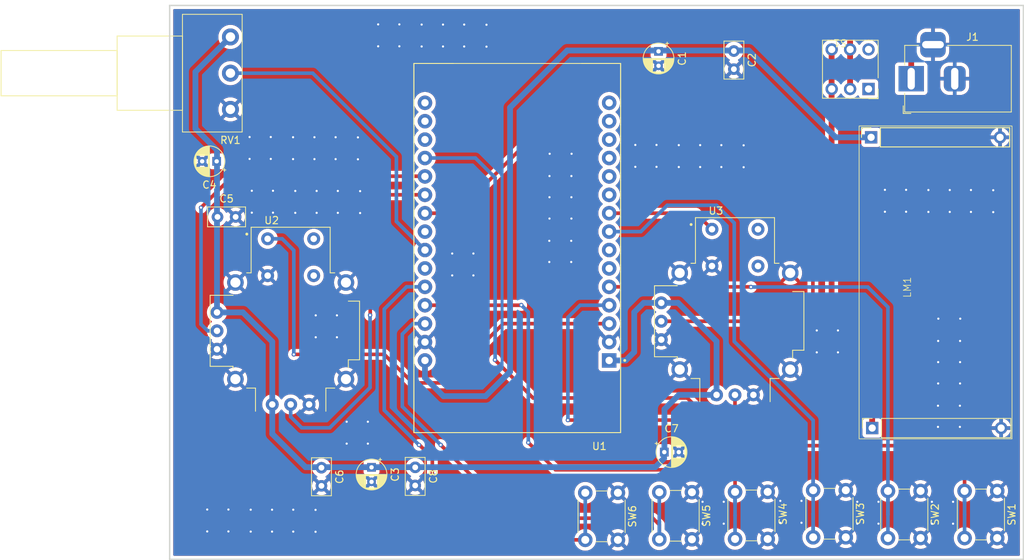
<source format=kicad_pcb>
(kicad_pcb (version 20240108) (generator "pcbnew") (generator_version "8.0")
  (layers (0 "F.Cu" signal) (31 "B.Cu" signal) (34 "B.Paste" user) (35 "F.Paste" user) (36 "B.SilkS" user "B.Silkscreen") (37 "F.SilkS" user "F.Silkscreen") (38 "B.Mask" user) (39 "F.Mask" user) (44 "Edge.Cuts" user))
  (net 0 "")
  (net 1 "GND")
  (net 2 "+5V")
  (net 3 "+3.3V")
  (net 4 "Vin1")
  (net 5 "+12V")
  (net 6 "Net-(U1-D26)")
  (net 9 "B1")
  (net 10 "B2")
  (net 11 "B3")
  (net 12 "B4")
  (net 13 "B5")
  (net 14 "B6")
  (net 15 "VRx1")
  (net 23 "VLx2")
  (net 25 "VLy2")
  (net 28 "VRy1")
  (net 30 "JSW2")
  (net 33 "JSW1")
  (footprint "Capacitor_THT:C_Disc_D5.0mm_W2.5mm_P2.50mm" (layer "F.Cu") (at 123.5202 130.4744 -90)
    (property "Reference" "C8")
    (property "Value" "C")
  )
  (footprint "Capacitor_THT:C_Disc_D5.0mm_W2.5mm_P2.50mm" (layer "F.Cu") (at 96.2606 95.9104)
    (property "Reference" "C5")
    (property "Value" "C")
  )
  (footprint "Capacitor_THT:CP_Radial_D4.0mm_P2.00mm" (layer "F.Cu") (at 157.8676 128.3716)
    (property "Reference" "C7")
    (property "Value" "C_Polarized")
  )
  (footprint "Button_Switch_THT:SW_PUSH_6mm_H9.5mm" (layer "F.Cu") (at 151.4716 133.9838 -90)
    (property "Reference" "SW6")
    (property "Value" "SW_Push")
  )
  (footprint "joystick:joystick" (layer "F.Cu") (at 167.6146 110.3122)
    (property "Reference" "U3")
    (property "Value" "COM-09032")
  )
  (footprint "Button_Switch_THT:SW_PUSH_6mm_H9.5mm" (layer "F.Cu") (at 193.2072 133.7322 -90)
    (property "Reference" "SW2")
    (property "Value" "SW_Push")
  )
  (footprint "Capacitor_THT:CP_Radial_D4.0mm_P2.00mm" (layer "F.Cu") (at 157.0736 73.057 -90)
    (property "Reference" "C1")
    (property "Value" "C_Polarized")
  )
  (footprint "esp32-wroom-32:MODULE_ESP32_DEVKIT_V1" (layer "F.Cu") (at 137.5664 100.2074 180)
    (property "Reference" "U1")
    (property "Value" "ESP32-DEVKIT-V1" (hide yes))
  )
  (footprint "joystick:joystick" (layer "F.Cu") (at 106.3498 111.633)
    (property "Reference" "U2")
    (property "Value" "COM-09032")
  )
  (footprint "Capacitor_THT:CP_Radial_D4.0mm_P2.00mm" (layer "F.Cu") (at 117.5004 130.472401 -90)
    (property "Reference" "C3")
    (property "Value" "C_Polarized")
  )
  (footprint "Library:Lm2596" (layer "F.Cu") (at 191.8742 105.6228 90)
    (property "Reference" "LM1")
    (property "Value" "~")
  )
  (footprint "Add_button_memory:SW_6 pins 8.5×8.5MM" (layer "F.Cu") (at 183.4296 75.3764 180)
    (property "Reference" "S1")
    (property "Value" "TL2230OAF140")
  )
  (footprint "Capacitor_THT:C_Disc_D5.0mm_W2.5mm_P2.50mm" (layer "F.Cu") (at 110.5916 130.5252 -90)
    (property "Reference" "C6")
    (property "Value" "C")
  )
  (footprint "Potentiometer_THT:Potentiometer_Piher_PC-16_Single_Horizontal" (layer "F.Cu") (at 98.044 71.073 180)
    (property "Reference" "RV1")
    (property "Value" "R_Potentiometer")
  )
  (footprint "Button_Switch_THT:SW_PUSH_6mm_H9.5mm" (layer "F.Cu") (at 203.7736 133.7322 -90)
    (property "Reference" "SW1")
    (property "Value" "SW_Push")
  )
  (footprint "Capacitor_THT:CP_Radial_D4.0mm_P2.00mm" (layer "F.Cu") (at 96.1464 88.2396 180)
    (property "Reference" "C4")
    (property "Value" "C_Polarized")
  )
  (footprint "Button_Switch_THT:SW_PUSH_6mm_H9.5mm" (layer "F.Cu") (at 172.1252 133.8592 -90)
    (property "Reference" "SW4")
    (property "Value" "SW_Push")
  )
  (footprint "Button_Switch_THT:SW_PUSH_6mm_H9.5mm" (layer "F.Cu") (at 182.8948 133.6306 -90)
    (property "Reference" "SW3")
    (property "Value" "SW_Push")
  )
  (footprint "Connector_BarrelJack:BarrelJack_Horizontal" (layer "F.Cu") (at 191.9168 76.835 180)
    (property "Reference" "J1")
    (property "Value" "Barrel_Jack_Switch_Pin3Ring")
  )
  (footprint "Capacitor_THT:C_Disc_D5.0mm_W2.5mm_P2.50mm" (layer "F.Cu") (at 167.4622 73.0196 -90)
    (property "Reference" "C2")
    (property "Value" "C")
  )
  (footprint "Button_Switch_THT:SW_PUSH_6mm_H9.5mm" (layer "F.Cu") (at 161.6792 133.9088 -90)
    (property "Reference" "SW5")
    (property "Value" "SW_Push")
  )
  (gr_rect (start 89.662 66.7258) (end 207.391 143.1798) (stroke (width 0.2)) (fill none) (layer "Edge.Cuts"))
  (segment (start 113.578 105.358) (end 113.97 104.966) (width 0.5) (layer "F.Cu") (net 1))
  (segment (start 150.597 112.852) (end 150.266 113.182) (width 0.5) (layer "F.Cu") (net 1))
  (via (at 97.7646 136.2964) (size 0.6) (drill 0.3) (layers "F.Cu" "B.Cu") (net 1))
  (via (at 103.7844 136.3218) (size 0.6) (drill 0.3) (layers "F.Cu" "B.Cu") (net 1))
  (via (at 112.8522 92.329) (size 0.6) (drill 0.3) (layers "F.Cu" "B.Cu") (net 1))
  (via (at 100.838 136.3218) (size 0.6) (drill 0.3) (layers "F.Cu" "B.Cu") (net 1))
  (via (at 188.2902 95.1992) (size 0.6) (drill 0.3) (layers "F.Cu" "B.Cu") (net 1))
  (via (at 133.35 69.3928) (size 0.6) (drill 0.3) (layers "F.Cu" "B.Cu") (net 1))
  (via (at 131.5466 100.965) (size 0.6) (drill 0.3) (layers "F.Cu" "B.Cu") (net 1))
  (via (at 100.9904 92.3036) (size 0.6) (drill 0.3) (layers "F.Cu" "B.Cu") (net 1))
  (via (at 197.6882 135.2296) (size 0.6) (drill 0.3) (layers "F.Cu" "B.Cu") (net 1))
  (via (at 100.9904 95.3262) (size 0.6) (drill 0.3) (layers "F.Cu" "B.Cu") (net 1))
  (via (at 181.8132 114.6048) (size 0.6) (drill 0.3) (layers "F.Cu" "B.Cu") (net 1))
  (via (at 106.9848 92.329) (size 0.6) (drill 0.3) (layers "F.Cu" "B.Cu") (net 1))
  (via (at 200.152 95.2246) (size 0.6) (drill 0.3) (layers "F.Cu" "B.Cu") (net 1))
  (via (at 184.4802 138.2522) (size 0.6) (drill 0.3) (layers "F.Cu" "B.Cu") (net 1))
  (via (at 133.35 72.4154) (size 0.6) (drill 0.3) (layers "F.Cu" "B.Cu") (net 1))
  (via (at 118.4148 72.3646) (size 0.6) (drill 0.3) (layers "F.Cu" "B.Cu") (net 1))
  (via (at 109.8042 109.4994) (size 0.6) (drill 0.3) (layers "F.Cu" "B.Cu") (net 1))
  (via (at 198.628 121.9708) (size 0.6) (drill 0.3) (layers "F.Cu" "B.Cu") (net 1))
  (via (at 142.0114 102.1334) (size 0.6) (drill 0.3) (layers "F.Cu" "B.Cu") (net 1))
  (via (at 112.8522 95.3516) (size 0.6) (drill 0.3) (layers "F.Cu" "B.Cu") (net 1))
  (via (at 173.863 135.1026) (size 0.6) (drill 0.3) (layers "F.Cu" "B.Cu") (net 1))
  (via (at 176.784 135.1026) (size 0.6) (drill 0.3) (layers "F.Cu" "B.Cu") (net 1))
  (via (at 194.7672 138.2522) (size 0.6) (drill 0.3) (layers "F.Cu" "B.Cu") (net 1))
  (via (at 121.3358 72.3646) (size 0.6) (drill 0.3) (layers "F.Cu" "B.Cu") (net 1))
  (via (at 156.7942 85.979) (size 0.6) (drill 0.3) (layers "F.Cu" "B.Cu") (net 1))
  (via (at 114.0714 124.1806) (size 0.6) (drill 0.3) (layers "F.Cu" "B.Cu") (net 1))
  (via (at 145.034 99.2124) (size 0.6) (drill 0.3) (layers "F.Cu" "B.Cu") (net 1))
  (via (at 195.6562 109.9566) (size 0.6) (drill 0.3) (layers "F.Cu" "B.Cu") (net 1))
  (via (at 103.9114 95.3262) (size 0.6) (drill 0.3) (layers "F.Cu" "B.Cu") (net 1))
  (via (at 115.6208 87.9602) (size 0.6) (drill 0.3) (layers "F.Cu" "B.Cu") (net 1))
  (via (at 194.2846 92.202) (size 0.6) (drill 0.3) (layers "F.Cu" "B.Cu") (net 1))
  (via (at 106.68 87.9348) (size 0.6) (drill 0.3) (layers "F.Cu" "B.Cu") (net 1))
  (via (at 109.7788 139.3698) (size 0.6) (drill 0.3) (layers "F.Cu" "B.Cu") (net 1))
  (via (at 198.6788 109.9566) (size 0.6) (drill 0.3) (layers "F.Cu" "B.Cu") (net 1))
  (via (at 112.7252 109.4994) (size 0.6) (drill 0.3) (layers "F.Cu" "B.Cu") (net 1))
  (via (at 163.1442 135.2296) (size 0.6) (drill 0.3) (layers "F.Cu" "B.Cu") (net 1))
  (via (at 128.6256 103.9876) (size 0.6) (drill 0.3) (layers "F.Cu" "B.Cu") (net 1))
  (via (at 145.0848 87.1982) (size 0.6) (drill 0.3) (layers "F.Cu" "B.Cu") (net 1))
  (via (at 198.6534 113.03) (size 0.6) (drill 0.3) (layers "F.Cu" "B.Cu") (net 1))
  (via (at 103.6066 87.9094) (size 0.6) (drill 0.3) (layers "F.Cu" "B.Cu") (net 1))
  (via (at 115.9256 92.3544) (size 0.6) (drill 0.3) (layers "F.Cu" "B.Cu") (net 1))
  (via (at 195.6054 121.9708) (size 0.6) (drill 0.3) (layers "F.Cu" "B.Cu") (net 1))
  (via (at 118.4148 69.342) (size 0.6) (drill 0.3) (layers "F.Cu" "B.Cu") (net 1))
  (via (at 116.9924 124.1806) (size 0.6) (drill 0.3) (layers "F.Cu" "B.Cu") (net 1))
  (via (at 159.8676 86.0044) (size 0.6) (drill 0.3) (layers "F.Cu" "B.Cu") (net 1))
  (via (at 127.3556 69.3674) (size 0.6) (drill 0.3) (layers "F.Cu" "B.Cu") (net 1))
  (via (at 165.735 86.0044) (size 0.6) (drill 0.3) (layers "F.Cu" "B.Cu") (net 1))
  (via (at 106.9848 95.3516) (size 0.6) (drill 0.3) (layers "F.Cu" "B.Cu") (net 1))
  (via (at 145.0594 93.1926) (size 0.6) (drill 0.3) (layers "F.Cu" "B.Cu") (net 1))
  (via (at 142.0622 87.1982) (size 0.6) (drill 0.3) (layers "F.Cu" "B.Cu") (net 1))
  (via (at 166.0652 135.2296) (size 0.6) (drill 0.3) (layers "F.Cu" "B.Cu") (net 1))
  (via (at 195.6308 115.951) (size 0.6) (drill 0.3) (layers "F.Cu" "B.Cu") (net 1))
  (via (at 184.4802 135.2296) (size 0.6) (drill 0.3) (layers "F.Cu" "B.Cu") (net 1))
  (via (at 142.0368 93.1926) (size 0.6) (drill 0.3) (layers "F.Cu" "B.Cu") (net 1))
  (via (at 198.6534 118.8974) (size 0.6) (drill 0.3) (layers "F.Cu" "B.Cu") (net 1))
  (via (at 195.6308 113.03) (size 0.6) (drill 0.3) (layers "F.Cu" "B.Cu") (net 1))
  (via (at 100.6856 84.8868) (size 0.6) (drill 0.3) (layers "F.Cu" "B.Cu") (net 1))
  (via (at 159.8676 89.027) (size 0.6) (drill 0.3) (layers "F.Cu" "B.Cu") (net 1))
  (via (at 124.4092 72.39) (size 0.6) (drill 0.3) (layers "F.Cu" "B.Cu") (net 1))
  (via (at 109.9312 95.3516) (size 0.6) (drill 0.3) (layers "F.Cu" "B.Cu") (net 1))
  (via (at 106.7054 139.3444) (size 0.6) (drill 0.3) (layers "F.Cu" "B.Cu") (net 1))
  (via (at 195.6308 118.8974) (size 0.6) (drill 0.3) (layers "F.Cu" "B.Cu") (net 1))
  (via (at 178.8922 114.6048) (size 0.6) (drill 0.3) (layers "F.Cu" "B.Cu") (net 1))
  (via (at 145.034 102.1334) (size 0.6) (drill 0.3) (layers "F.Cu" "B.Cu") (net 1))
  (via (at 203.2254 95.25) (size 0.6) (drill 0.3) (layers "F.Cu" "B.Cu") (net 1))
  (via (at 198.6534 115.951) (size 0.6) (drill 0.3) (layers "F.Cu" "B.Cu") (net 1))
  (via (at 197.231 95.2246) (size 0.6) (drill 0.3) (layers "F.Cu" "B.Cu") (net 1))
  (via (at 128.6256 100.965) (size 0.6) (drill 0.3) (layers "F.Cu" "B.Cu") (net 1))
  (via (at 197.6882 138.2522) (size 0.6) (drill 0.3) (layers "F.Cu" "B.Cu") (net 1))
  (via (at 116.9924 127.2032) (size 0.6) (drill 0.3) (layers "F.Cu" "B.Cu") (net 1))
  (via (at 109.6264 87.9348) (size 0.6) (drill 0.3) (layers "F.Cu" "B.Cu") (net 1))
  (via (at 194.7672 135.2296) (size 0.6) (drill 0.3) (layers "F.Cu" "B.Cu") (net 1))
  (via (at 162.814 89.027) (size 0.6) (drill 0.3) (layers "F.Cu" "B.Cu") (net 1))
  (via (at 130.2766 69.3674) (size 0.6) (drill 0.3) (layers "F.Cu" "B.Cu") (net 1))
  (via (at 165.735 89.027) (size 0.6) (drill 0.3) (layers "F.Cu" "B.Cu") (net 1))
  (via (at 94.8436 139.319) (size 0.6) (drill 0.3) (layers "F.Cu" "B.Cu") (net 1))
  (via (at 203.2254 92.2274) (size 0.6) (drill 0.3) (layers "F.Cu" "B.Cu") (net 1))
  (via (at 106.68 84.9122) (size 0.6) (drill 0.3) (layers "F.Cu" "B.Cu") (net 1))
  (via (at 194.2846 95.2246) (size 0.6) (drill 0.3) (layers "F.Cu" "B.Cu") (net 1))
  (via (at 162.814 86.0044) (size 0.6) (drill 0.3) (layers "F.Cu" "B.Cu") (net 1))
  (via (at 178.8922 111.5822) (size 0.6) (drill 0.3) (layers "F.Cu" "B.Cu") (net 1))
  (via (at 145.0594 90.2716) (size 0.6) (drill 0.3) (layers "F.Cu" "B.Cu") (net 1))
  (via (at 191.2112 92.1766) (size 0.6) (drill 0.3) (layers "F.Cu" "B.Cu") (net 1))
  (via (at 130.2766 72.39) (size 0.6) (drill 0.3) (layers "F.Cu" "B.Cu") (net 1))
  (via (at 109.8042 112.522) (size 0.6) (drill 0.3) (layers "F.Cu" "B.Cu") (net 1))
  (via (at 173.863 138.1252) (size 0.6) (drill 0.3) (layers "F.Cu" "B.Cu") (net 1))
  (via (at 112.5474 87.9348) (size 0.6) (drill 0.3) (layers "F.Cu" "B.Cu") (net 1))
  (via (at 103.7844 139.3444) (size 0.6) (drill 0.3) (layers "F.Cu" "B.Cu") (net 1))
  (via (at 142.0368 96.139) (size 0.6) (drill 0.3) (layers "F.Cu" "B.Cu") (net 1))
  (via (at 145.0594 96.139) (size 0.6) (drill 0.3) (layers "F.Cu" "B.Cu") (net 1))
  (via (at 109.7788 136.3472) (size 0.6) (drill 0.3) (layers "F.Cu" "B.Cu") (net 1))
  (via (at 142.0368 90.2716) (size 0.6) (drill 0.3) (layers "F.Cu" "B.Cu") (net 1))
  (via (at 195.6054 124.8918) (size 0.6) (drill 0.3) (layers "F.Cu" "B.Cu") (net 1))
  (via (at 106.7054 136.3218) (size 0.6) (drill 0.3) (layers "F.Cu" "B.Cu") (net 1))
  (via (at 200.152 92.202) (size 0.6) (drill 0.3) (layers "F.Cu" "B.Cu") (net 1))
  (via (at 163.1442 138.2522) (size 0.6) (drill 0.3) (layers "F.Cu" "B.Cu") (net 1))
  (via (at 187.4012 138.2522) (size 0.6) (drill 0.3) (layers "F.Cu" "B.Cu") (net 1))
  (via (at 198.628 124.8918) (size 0.6) (drill 0.3) (layers "F.Cu" "B.Cu") (net 1))
  (via (at 115.6208 84.9376) (size 0.6) (drill 0.3) (layers "F.Cu" "B.Cu") (net 1))
  (via (at 176.784 138.1252) (size 0.6) (drill 0.3) (layers "F.Cu" "B.Cu") (net 1))
  (via (at 103.9114 92.3036) (size 0.6) (drill 0.3) (layers "F.Cu" "B.Cu") (net 1))
  (via (at 153.8732 89.0016) (size 0.6) (drill 0.3) (layers "F.Cu" "B.Cu") (net 1))
  (via (at 168.8084 86.0298) (size 0.6) (drill 0.3) (layers "F.Cu" "B.Cu") (net 1))
  (via (at 114.0714 127.2032) (size 0.6) (drill 0.3) (layers "F.Cu" "B.Cu") (net 1))
  (via (at 127.3556 72.39) (size 0.6) (drill 0.3) (layers "F.Cu" "B.Cu") (net 1))
  (via (at 115.9256 95.377) (size 0.6) (drill 0.3) (layers "F.Cu" "B.Cu") (net 1))
  (via (at 97.7646 139.319) (size 0.6) (drill 0.3) (layers "F.Cu" "B.Cu") (net 1))
  (via (at 168.8084 89.0524) (size 0.6) (drill 0.3) (layers "F.Cu" "B.Cu") (net 1))
  (via (at 153.8732 85.979) (size 0.6) (drill 0.3) (layers "F.Cu" "B.Cu") (net 1))
  (via (at 188.2902 92.1766) (size 0.6) (drill 0.3) (layers "F.Cu" "B.Cu") (net 1))
  (via (at 100.6856 87.9094) (size 0.6) (drill 0.3) (layers "F.Cu" "B.Cu") (net 1))
  (via (at 112.5474 84.9122) (size 0.6) (drill 0.3) (layers "F.Cu" "B.Cu") (net 1))
  (via (at 166.0652 138.2522) (size 0.6) (drill 0.3) (layers "F.Cu" "B.Cu") (net 1))
  (via (at 142.0114 99.2124) (size 0.6) (drill 0.3) (layers "F.Cu" "B.Cu") (net 1))
  (via (at 112.7252 112.522) (size 0.6) (drill 0.3) (layers "F.Cu" "B.Cu") (net 1))
  (via (at 191.2112 95.1992) (size 0.6) (drill 0.3) (layers "F.Cu" "B.Cu") (net 1))
  (via (at 187.4012 135.2296) (size 0.6) (drill 0.3) (layers "F.Cu" "B.Cu") (net 1))
  (via (at 121.3358 69.342) (size 0.6) (drill 0.3) (layers "F.Cu" "B.Cu") (net 1))
  (via (at 124.4092 69.3674) (size 0.6) (drill 0.3) (layers "F.Cu" "B.Cu") (net 1))
  (via (at 131.5466 103.9876) (size 0.6) (drill 0.3) (layers "F.Cu" "B.Cu") (net 1))
  (via (at 109.9312 92.329) (size 0.6) (drill 0.3) (layers "F.Cu" "B.Cu") (net 1))
  (via (at 100.838 139.3444) (size 0.6) (drill 0.3) (layers "F.Cu" "B.Cu") (net 1))
  (via (at 156.7942 89.0016) (size 0.6) (drill 0.3) (layers "F.Cu" "B.Cu") (net 1))
  (via (at 103.6066 84.8868) (size 0.6) (drill 0.3) (layers "F.Cu" "B.Cu") (net 1))
  (via (at 94.8436 136.2964) (size 0.6) (drill 0.3) (layers "F.Cu" "B.Cu") (net 1))
  (via (at 181.8132 111.5822) (size 0.6) (drill 0.3) (layers "F.Cu" "B.Cu") (net 1))
  (via (at 109.6264 84.9122) (size 0.6) (drill 0.3) (layers "F.Cu" "B.Cu") (net 1))
  (via (at 197.231 92.202) (size 0.6) (drill 0.3) (layers "F.Cu" "B.Cu") (net 1))
  (segment (start 170.155 120.472) (end 170.948 121.266) (width 0.5) (layer "B.Cu") (net 1))
  (segment (start 124.867 115.722) (end 124.8665 115.722) (width 0.5) (layer "B.Cu") (net 2))
  (segment (start 186.3842 84.9278) (end 186.384 84.9278) (width 0.5) (layer "B.Cu") (net 2))
  (segment (start 186.384 84.9278) (end 181.4986 84.9278) (width 0.8) (layer "B.Cu") (net 2))
  (segment (start 136.6012 80.8226) (end 136.6012 117.2718) (width 0.8) (layer "B.Cu") (net 2))
  (segment (start 136.6012 117.2718) (end 133.223 120.65) (width 0.8) (layer "B.Cu") (net 2))
  (segment (start 124.8664 115.7221) (end 124.8664 115.7224) (width 0.5) (layer "B.Cu") (net 2))
  (segment (start 144.475 72.9488) (end 136.6012 80.8226) (width 0.8) (layer "B.Cu") (net 2))
  (segment (start 181.4986 84.9278) (end 169.5196 72.9488) (width 0.8) (layer "B.Cu") (net 2))
  (segment (start 133.223 120.65) (end 127.4064 120.65) (width 0.8) (layer "B.Cu") (net 2))
  (segment (start 124.8665 118.1101) (end 124.8665 115.722) (width 0.8) (layer "B.Cu") (net 2))
  (segment (start 127.4064 120.65) (end 124.8665 118.1101) (width 0.8) (layer "B.Cu") (net 2))
  (segment (start 124.8665 115.722) (end 124.8664 115.7221) (width 0.5) (layer "B.Cu") (net 2))
  (segment (start 169.5196 72.9488) (end 144.475 72.9488) (width 0.8) (layer "B.Cu") (net 2))
  (segment (start 124.8665 115.722) (end 124.866 115.722) (width 0.5) (layer "B.Cu") (net 2))
  (segment (start 124.8665 115.722) (end 124.866 115.722) (width 0.8) (layer "B.Cu") (net 2))
  (segment (start 157.455 107.772) (end 159.766 107.772) (width 0.8) (layer "B.Cu") (net 3))
  (segment (start 164.6775 120.8695) (end 165.0746 120.4724) (width 0.5) (layer "B.Cu") (net 3))
  (segment (start 156.6168 130.454) (end 108.407 130.454) (width 0.8) (layer "B.Cu") (net 3))
  (segment (start 150.2665 115.722) (end 150.267 115.722) (width 0.8) (layer "B.Cu") (net 3))
  (segment (start 157.4545 107.772) (end 157.4546 107.7721) (width 0.5) (layer "B.Cu") (net 3))
  (segment (start 159.766 107.772) (end 165.075 113.081) (width 0.8) (layer "B.Cu") (net 3))
  (segment (start 150.267 115.722) (end 152.552 115.722) (width 0.8) (layer "B.Cu") (net 3))
  (segment (start 157.828201 127.9652) (end 157.828201 129.242599) (width 0.8) (layer "B.Cu") (net 3))
  (segment (start 157.454 107.772) (end 157.4545 107.772) (width 0.5) (layer "B.Cu") (net 3))
  (segment (start 150.2665 115.722) (end 150.2664 115.7221) (width 0.5) (layer "B.Cu") (net 3))
  (segment (start 103.81 123.132) (end 103.81 121.793) (width 0.8) (layer "B.Cu") (net 3))
  (segment (start 103.81 121.793) (end 103.81 113.132) (width 0.8) (layer "B.Cu") (net 3))
  (segment (start 108.407 130.454) (end 103.81 125.857) (width 0.8) (layer "B.Cu") (net 3))
  (segment (start 153.721 109.068) (end 155.016 107.772) (width 0.8) (layer "B.Cu") (net 3))
  (segment (start 150.2664 115.7221) (end 150.2664 115.7224) (width 0.5) (layer "B.Cu") (net 3))
  (segment (start 155.016 107.772) (end 157.454 107.772) (width 0.8) (layer "B.Cu") (net 3))
  (segment (start 103.81 121.793) (end 103.81 123.132) (width 0.5) (layer "B.Cu") (net 3))
  (segment (start 96.1898 109.093) (end 96.1898 86.6902) (width 0.8) (layer "B.Cu") (net 3))
  (segment (start 157.454 107.772) (end 157.4545 107.772) (width 0.8) (layer "B.Cu") (net 3))
  (segment (start 157.454 107.772) (end 157.4545 107.772) (width 0.2) (layer "B.Cu") (net 3))
  (segment (start 157.8864 122.4534) (end 159.8676 120.4722) (width 0.8) (layer "B.Cu") (net 3))
  (segment (start 150.2665 115.722) (end 150.266 115.722) (width 0.5) (layer "B.Cu") (net 3))
  (segment (start 159.8676 120.4722) (end 165.0746 120.4722) (width 0.8) (layer "B.Cu") (net 3))
  (segment (start 165.075 120.472) (end 165.0746 120.4724) (width 0.8) (layer "B.Cu") (net 3))
  (segment (start 157.4545 107.772) (end 157.455 107.772) (width 0.5) (layer "B.Cu") (net 3))
  (segment (start 93.218 75.898998) (end 98.043998 71.073) (width 0.8) (layer "B.Cu") (net 3))
  (segment (start 99.7712 109.093) (end 96.1898 109.093) (width 0.8) (layer "B.Cu") (net 3))
  (segment (start 157.4545 107.772) (end 157.455 107.772) (width 0.8) (layer "B.Cu") (net 3))
  (segment (start 153.721 114.554) (end 153.721 109.068) (width 0.8) (layer "B.Cu") (net 3))
  (segment (start 165.0746 120.4724) (end 165.0746 120.4722) (width 0.5) (layer "B.Cu") (net 3))
  (segment (start 96.1898 86.6902) (end 93.218 83.7184) (width 0.8) (layer "B.Cu") (net 3))
  (segment (start 165.0746 120.4724) (end 165.075 120.472) (width 0.5) (layer "B.Cu") (net 3))
  (segment (start 157.4545 107.772) (end 157.455 107.772) (width 0.2) (layer "B.Cu") (net 3))
  (segment (start 152.552 115.722) (end 153.721 114.554) (width 0.8) (layer "B.Cu") (net 3))
  (segment (start 157.4546 107.7721) (end 157.4546 107.7722) (width 0.5) (layer "B.Cu") (net 3))
  (segment (start 165.075 113.081) (end 165.075 120.472) (width 0.8) (layer "B.Cu") (net 3))
  (segment (start 157.828201 129.242599) (end 156.6168 130.454) (width 0.8) (layer "B.Cu") (net 3))
  (segment (start 157.828201 127.9652) (end 157.8864 127.907001) (width 0.8) (layer "B.Cu") (net 3))
  (segment (start 150.267 115.722) (end 150.2665 115.722) (width 0.5) (layer "B.Cu") (net 3))
  (segment (start 93.218 83.7184) (end 93.218 75.898998) (width 0.8) (layer "B.Cu") (net 3))
  (segment (start 150.266 115.722) (end 150.2665 115.722) (width 0.8) (layer "B.Cu") (net 3))
  (segment (start 165.0746 120.4724) (end 164.6775 120.8695) (width 0.8) (layer "B.Cu") (net 3))
  (segment (start 157.8864 127.907001) (end 157.8864 122.4534) (width 0.8) (layer "B.Cu") (net 3))
  (segment (start 103.8098 121.793) (end 103.81 121.793) (width 0.5) (layer "B.Cu") (net 3))
  (segment (start 103.81 113.132) (end 99.7712 109.093) (width 0.8) (layer "B.Cu") (net 3))
  (segment (start 103.81 125.857) (end 103.81 123.132) (width 0.8) (layer "B.Cu") (net 3))
  (segment (start 191.917 76.1234) (end 191.917 76.1236) (width 0.2) (layer "F.Cu") (net 4))
  (segment (start 191.917 75.4118) (end 191.917 76.1234) (width 0.8) (layer "F.Cu") (net 4))
  (segment (start 183.4896 72.7964) (end 183.4896 78.2574) (width 0.8) (layer "F.Cu") (net 4))
  (segment (start 191.9168 76.4795) (end 191.9168 76.835) (width 0.5) (layer "F.Cu") (net 4))
  (segment (start 191.917 75.4116) (end 191.917 75.4118) (width 0.5) (layer "F.Cu") (net 4))
  (segment (start 183.4896 70.3074) (end 184.328 69.469) (width 0.8) (layer "F.Cu") (net 4))
  (segment (start 189.281 69.469) (end 191.917 72.105) (width 0.8) (layer "F.Cu") (net 4))
  (segment (start 191.917 76.1234) (end 191.917 76.1236) (width 0.8) (layer "F.Cu") (net 4))
  (segment (start 191.917 76.4793) (end 191.917 76.835) (width 0.8) (layer "F.Cu") (net 4))
  (segment (start 191.917 76.1236) (end 191.917 76.4793) (width 0.8) (layer "F.Cu") (net 4))
  (segment (start 191.917 76.4793) (end 191.9168 76.4795) (width 0.5) (layer "F.Cu") (net 4))
  (segment (start 191.917 76.1236) (end 191.917 76.4793) (width 0.5) (layer "F.Cu") (net 4))
  (segment (start 191.917 76.1234) (end 191.917 76.1236) (width 0.5) (layer "F.Cu") (net 4))
  (segment (start 191.917 75.4118) (end 191.917 76.1234) (width 0.5) (layer "F.Cu") (net 4))
  (segment (start 191.917 72.105) (end 191.917 75.4116) (width 0.8) (layer "F.Cu") (net 4))
  (segment (start 191.917 75.4116) (end 191.917 75.4118) (width 0.8) (layer "F.Cu") (net 4))
  (segment (start 191.917 76.1236) (end 191.917 76.4793) (width 0.2) (layer "F.Cu") (net 4))
  (segment (start 183.4896 72.7964) (end 183.4896 70.3074) (width 0.8) (layer "F.Cu") (net 4))
  (segment (start 191.917 76.4793) (end 191.917 76.835) (width 0.5) (layer "F.Cu") (net 4))
  (segment (start 191.917 76.4793) (end 191.917 76.835) (width 0.2) (layer "F.Cu") (net 4))
  (segment (start 184.328 69.469) (end 189.281 69.469) (width 0.8) (layer "F.Cu") (net 4))
  (segment (start 180.937 75.3218) (end 180.937 75.3222) (width 0.2) (layer "F.Cu") (net 5))
  (segment (start 180.937 107.9628) (end 180.937 78.27) (width 0.8) (layer "F.Cu") (net 5))
  (segment (start 180.937 78.27) (end 180.9496 78.2574) (width 0.8) (layer "F.Cu") (net 5))
  (segment (start 180.937 72.808998) (end 180.9496 72.796398) (width 0.8) (layer "F.Cu") (net 5))
  (segment (start 186.5342 125.0528) (end 186.534 125.053) (width 0.5) (layer "F.Cu") (net 5))
  (segment (start 186.534 125.053) (end 186.534 113.5598) (width 0.8) (layer "F.Cu") (net 5))
  (segment (start 186.534 113.5598) (end 180.937 107.9628) (width 0.8) (layer "F.Cu") (net 5))
  (segment (start 180.9496 78.2574) (end 180.937 78.2448) (width 0.8) (layer "F.Cu") (net 5))
  (segment (start 180.9496 74.0592) (end 180.9496 72.796398) (width 0.5) (layer "F.Cu") (net 5))
  (segment (start 180.9374 74.0714) (end 180.9496 74.0592) (width 0.5) (layer "F.Cu") (net 5))
  (segment (start 180.937 72.8218) (end 180.937 72.808998) (width 0.8) (layer "F.Cu") (net 5))
  (segment (start 180.937 78.2448) (end 180.937 72.808998) (width 0.8) (layer "F.Cu") (net 5))
  (segment (start 120.93 96.5464) (end 124.866 100.482) (width 0.5) (layer "B.Cu") (net 6))
  (segment (start 124.866 100.482) (end 124.8664 100.4824) (width 0.5) (layer "B.Cu") (net 6))
  (segment (start 109.3936 76.073) (end 120.93 87.6094) (width 0.5) (layer "B.Cu") (net 6))
  (segment (start 120.93 87.6094) (end 120.93 96.5464) (width 0.5) (layer "B.Cu") (net 6))
  (segment (start 98.044 76.073) (end 109.3936 76.073) (width 0.5) (layer "B.Cu") (net 6))
  (segment (start 163.9062 127.4826) (end 160.3756 123.952) (width 0.5) (layer "F.Cu") (net 9))
  (segment (start 199.274 133.732) (end 199.2736 133.7316) (width 0.5) (layer "F.Cu") (net 9))
  (segment (start 199.2736 133.7316) (end 199.2736 131.4556) (width 0.5) (layer "F.Cu") (net 9))
  (segment (start 199.2736 133.7316) (end 199.2736 133.7322) (width 0.5) (layer "F.Cu") (net 9))
  (segment (start 195.3006 127.4826) (end 163.9062 127.4826) (width 0.5) (layer "F.Cu") (net 9))
  (segment (start 160.3756 123.952) (end 144.5768 123.952) (width 0.5) (layer "F.Cu") (net 9))
  (segment (start 199.2736 131.4556) (end 195.3006 127.4826) (width 0.5) (layer "F.Cu") (net 9))
  (via (at 144.5768 123.952) (size 0.6) (drill 0.3) (layers "F.Cu" "B.Cu") (net 9))
  (segment (start 199.274 136.982) (end 199.274 135.357) (width 0.2) (layer "B.Cu") (net 9))
  (segment (start 199.274 135.357) (end 199.274 133.732) (width 0.5) (layer "B.Cu") (net 9))
  (segment (start 199.2738 140.2322) (end 199.274 140.232) (width 0.5) (layer "B.Cu") (net 9))
  (segment (start 199.274 135.357) (end 199.274 133.732) (width 0.2) (layer "B.Cu") (net 9))
  (segment (start 199.2736 140.2322) (end 199.2738 140.2322) (width 0.5) (layer "B.Cu") (net 9))
  (segment (start 199.2736 135.3566) (end 199.2736 133.7322) (width 0.5) (layer "B.Cu") (net 9))
  (segment (start 199.274 136.982) (end 199.274 135.357) (width 0.5) (layer "B.Cu") (net 9))
  (segment (start 144.5768 109.7788) (end 144.5768 123.952) (width 0.5) (layer "B.Cu") (net 9))
  (segment (start 199.274 135.357) (end 199.2736 135.3566) (width 0.5) (layer "B.Cu") (net 9))
  (segment (start 146.2532 108.1024) (end 144.5768 109.7788) (width 0.5) (layer "B.Cu") (net 9))
  (segment (start 199.274 140.232) (end 199.274 136.982) (width 0.5) (layer "B.Cu") (net 9))
  (segment (start 150.2664 108.1024) (end 146.2532 108.1024) (width 0.5) (layer "B.Cu") (net 9))
  (segment (start 150.2664 105.5624) (end 150.266 105.562) (width 0.5) (layer "F.Cu") (net 10))
  (segment (start 150.2664 105.5624) (end 169.799002 105.5624) (width 0.5) (layer "F.Cu") (net 10))
  (segment (start 169.799002 105.5624) (end 169.824402 105.5878) (width 0.5) (layer "F.Cu") (net 10))
  (via (at 169.824402 105.5878) (size 0.6) (drill 0.3) (layers "F.Cu" "B.Cu") (net 10))
  (segment (start 188.707 140.232) (end 188.707 136.982) (width 0.5) (layer "B.Cu") (net 10))
  (segment (start 188.7072 136.9818) (end 188.7072 133.7322) (width 0.5) (layer "B.Cu") (net 10))
  (segment (start 188.7072 140.2322) (end 188.707 140.232) (width 0.5) (layer "B.Cu") (net 10))
  (segment (start 188.707 133.117) (end 188.707 133.118) (width 0.2) (layer "B.Cu") (net 10))
  (segment (start 188.707 133.118) (end 188.707 133.732) (width 0.2) (layer "B.Cu") (net 10))
  (segment (start 188.707 136.982) (end 188.7072 136.9818) (width 0.5) (layer "B.Cu") (net 10))
  (segment (start 188.707 136.982) (end 188.707 108.3668) (width 0.5) (layer "B.Cu") (net 10))
  (segment (start 188.707 108.3668) (end 185.928 105.5878) (width 0.5) (layer "B.Cu") (net 10))
  (segment (start 185.928 105.5878) (end 169.824402 105.5878) (width 0.5) (layer "B.Cu") (net 10))
  (segment (start 178.395 129.177) (end 178.395 123.9882) (width 0.5) (layer "B.Cu") (net 11))
  (segment (start 178.395 136.881) (end 178.395 140.131) (width 0.2) (layer "B.Cu") (net 11))
  (segment (start 178.3948 131.4042) (end 178.3948 133.6306) (width 0.5) (layer "B.Cu") (net 11))
  (segment (start 178.395 131.404) (end 178.395 129.177) (width 0.5) (layer "B.Cu") (net 11))
  (segment (start 178.395 131.404) (end 178.3948 131.4042) (width 0.5) (layer "B.Cu") (net 11))
  (segment (start 178.395 123.9882) (end 167.513 113.1062) (width 0.5) (layer "B.Cu") (net 11))
  (segment (start 178.395 133.631) (end 178.395 131.404) (width 0.5) (layer "B.Cu") (net 11))
  (segment (start 167.513 113.1062) (end 167.513 96.7486) (width 0.5) (layer "B.Cu") (net 11))
  (segment (start 158.2674 94.3102) (end 154.6352 97.9424) (width 0.5) (layer "B.Cu") (net 11))
  (segment (start 165.0746 94.3102) (end 158.2674 94.3102) (width 0.5) (layer "B.Cu") (net 11))
  (segment (start 178.395 136.881) (end 178.3948 136.8812) (width 0.5) (layer "B.Cu") (net 11))
  (segment (start 154.6352 97.9424) (end 150.2664 97.9424) (width 0.5) (layer "B.Cu") (net 11))
  (segment (start 178.395 131.404) (end 178.395 133.631) (width 0.2) (layer "B.Cu") (net 11))
  (segment (start 178.3948 136.8812) (end 178.3948 140.1306) (width 0.5) (layer "B.Cu") (net 11))
  (segment (start 178.395 133.631) (end 178.395 136.881) (width 0.2) (layer "B.Cu") (net 11))
  (segment (start 178.395 140.131) (end 178.395 136.881) (width 0.5) (layer "B.Cu") (net 11))
  (segment (start 167.513 96.7486) (end 165.0746 94.3102) (width 0.5) (layer "B.Cu") (net 11))
  (segment (start 178.395 136.881) (end 178.395 133.631) (width 0.5) (layer "B.Cu") (net 11))
  (segment (start 124.8664 108.1024) (end 138.122598 108.1024) (width 0.5) (layer "F.Cu") (net 12))
  (segment (start 124.8664 108.1024) (end 124.866 108.102) (width 0.5) (layer "F.Cu") (net 12))
  (segment (start 139.117 127.052) (end 142.875 130.81) (width 0.5) (layer "F.Cu") (net 12))
  (segment (start 167.6252 131.989) (end 167.6252 133.859202) (width 0.5) (layer "F.Cu") (net 12))
  (segment (start 166.4462 130.81) (end 167.6252 131.989) (width 0.5) (layer "F.Cu") (net 12))
  (segment (start 138.122598 108.1024) (end 138.147999 108.076999) (width 0.5) (layer "F.Cu") (net 12))
  (segment (start 142.875 130.81) (end 166.4462 130.81) (width 0.5) (layer "F.Cu") (net 12))
  (via (at 138.147999 108.076999) (size 0.6) (drill 0.3) (layers "F.Cu" "B.Cu") (net 12))
  (via (at 139.117 127.052) (size 0.6) (drill 0.3) (layers "F.Cu" "B.Cu") (net 12))
  (segment (start 167.6252 139.5467) (end 167.6252 140.3592) (width 0.5) (layer "B.Cu") (net 12))
  (segment (start 167.625 137.109) (end 167.625 138.734) (width 0.5) (layer "B.Cu") (net 12))
  (segment (start 167.625 138.734) (end 167.625 139.5465) (width 0.2) (layer "B.Cu") (net 12))
  (segment (start 167.625 139.5465) (end 167.625 140.359) (width 0.5) (layer "B.Cu") (net 12))
  (segment (start 139.117 109.046) (end 138.147999 108.076999) (width 0.5) (layer "B.Cu") (net 12))
  (segment (start 167.6252 135.4838) (end 167.6252 133.8592) (width 0.5) (layer "B.Cu") (net 12))
  (segment (start 167.625 135.484) (end 167.6252 135.4838) (width 0.5) (layer "B.Cu") (net 12))
  (segment (start 167.625 135.484) (end 167.625 137.109) (width 0.5) (layer "B.Cu") (net 12))
  (segment (start 167.625 138.734) (end 167.625 139.5465) (width 0.5) (layer "B.Cu") (net 12))
  (segment (start 139.117 127.052) (end 139.117 109.046) (width 0.5) (layer "B.Cu") (net 12))
  (segment (start 167.625 139.5465) (end 167.625 140.359) (width 0.2) (layer "B.Cu") (net 12))
  (segment (start 167.625 135.484) (end 167.625 133.859) (width 0.2) (layer "B.Cu") (net 12))
  (segment (start 167.625 133.859) (end 167.625 135.484) (width 0.5) (layer "B.Cu") (net 12))
  (segment (start 167.625 139.5465) (end 167.6252 139.5467) (width 0.5) (layer "B.Cu") (net 12))
  (segment (start 167.625 137.109) (end 167.625 135.484) (width 0.2) (layer "B.Cu") (net 12))
  (segment (start 156.2862 137.4902) (end 157.1792 138.3832) (width 0.5) (layer "F.Cu") (net 13))
  (segment (start 137.1482 137.4902) (end 156.2862 137.4902) (width 0.5) (layer "F.Cu") (net 13))
  (segment (start 157.1792 138.3832) (end 157.1792 140.4088) (width 0.5) (layer "F.Cu") (net 13))
  (segment (start 127.041 127.383) (end 137.1482 137.4902) (width 0.5) (layer "F.Cu") (net 13))
  (via (at 127.041 127.383) (size 0.6) (drill 0.3) (layers "F.Cu" "B.Cu") (net 13))
  (segment (start 121.742 112.09) (end 123.19 110.642) (width 0.5) (layer "B.Cu") (net 13))
  (segment (start 157.179 137.9715) (end 157.1792 137.9717) (width 0.5) (layer "B.Cu") (net 13))
  (segment (start 127.041 127.383) (end 121.742 122.084) (width 0.5) (layer "B.Cu") (net 13))
  (segment (start 157.1792 137.9717) (end 157.1792 140.4088) (width 0.5) (layer "B.Cu") (net 13))
  (segment (start 157.1792 134.7213) (end 157.1792 133.9088) (width 0.5) (layer "B.Cu") (net 13))
  (segment (start 157.179 134.7215) (end 157.179 133.909) (width 0.2) (layer "B.Cu") (net 13))
  (segment (start 157.179 135.534) (end 157.179 134.7215) (width 0.2) (layer "B.Cu") (net 13))
  (segment (start 121.742 122.084) (end 121.742 112.09) (width 0.5) (layer "B.Cu") (net 13))
  (segment (start 123.19 110.642) (end 124.866 110.642) (width 0.5) (layer "B.Cu") (net 13))
  (segment (start 124.866 110.642) (end 124.8664 110.6424) (width 0.5) (layer "B.Cu") (net 13))
  (segment (start 157.179 133.909) (end 157.179 134.7215) (width 0.5) (layer "B.Cu") (net 13))
  (segment (start 157.179 135.534) (end 157.179 137.9715) (width 0.5) (layer "B.Cu") (net 13))
  (segment (start 157.179 134.7215) (end 157.1792 134.7213) (width 0.5) (layer "B.Cu") (net 13))
  (segment (start 157.179 137.9715) (end 157.179 140.409) (width 0.5) (layer "B.Cu") (net 13))
  (segment (start 157.179 134.7215) (end 157.179 135.534) (width 0.5) (layer "B.Cu") (net 13))
  (segment (start 125.8824 133.096) (end 133.270202 140.483802) (width 0.5) (layer "F.Cu") (net 14))
  (segment (start 125.8824 129.159) (end 125.8824 133.096) (width 0.5) (layer "F.Cu") (net 14))
  (segment (start 133.270202 140.483802) (end 146.9716 140.483802) (width 0.5) (layer "F.Cu") (net 14))
  (segment (start 124.1064 127.383) (end 125.8824 129.159) (width 0.5) (layer "F.Cu") (net 14))
  (segment (start 124.045 127.383) (end 124.1064 127.383) (width 0.5) (layer "F.Cu") (net 14))
  (via (at 124.045 127.383) (size 0.6) (drill 0.3) (layers "F.Cu" "B.Cu") (net 14))
  (segment (start 146.972 134.7965) (end 146.9716 134.7961) (width 0.5) (layer "B.Cu") (net 14))
  (segment (start 119.253 108.636) (end 122.327 105.562) (width 0.5) (layer "B.Cu") (net 14))
  (segment (start 124.866 105.562) (end 124.8664 105.5624) (width 0.5) (layer "B.Cu") (net 14))
  (segment (start 146.972 137.234) (end 146.972 138.859) (width 0.2) (layer "B.Cu") (net 14))
  (segment (start 119.253 122.591) (end 119.253 108.636) (width 0.5) (layer "B.Cu") (net 14))
  (segment (start 146.972 137.234) (end 146.972 138.859) (width 0.5) (layer "B.Cu") (net 14))
  (segment (start 146.972 138.859) (end 146.9716 138.8594) (width 0.5) (layer "B.Cu") (net 14))
  (segment (start 122.327 105.562) (end 124.866 105.562) (width 0.5) (layer "B.Cu") (net 14))
  (segment (start 146.9716 134.7961) (end 146.9716 133.9838) (width 0.5) (layer "B.Cu") (net 14))
  (segment (start 146.972 133.984) (end 146.972 134.7965) (width 0.5) (layer "B.Cu") (net 14))
  (segment (start 124.045 127.383) (end 119.253 122.591) (width 0.5) (layer "B.Cu") (net 14))
  (segment (start 146.972 135.609) (end 146.972 134.7965) (width 0.2) (layer "B.Cu") (net 14))
  (segment (start 146.972 138.859) (end 146.972 140.484) (width 0.2) (layer "B.Cu") (net 14))
  (segment (start 146.972 138.859) (end 146.972 140.484) (width 0.5) (layer "B.Cu") (net 14))
  (segment (start 146.9716 138.8594) (end 146.9716 140.4838) (width 0.5) (layer "B.Cu") (net 14))
  (segment (start 146.972 135.609) (end 146.972 137.234) (width 0.5) (layer "B.Cu") (net 14))
  (segment (start 146.972 134.7965) (end 146.972 133.984) (width 0.2) (layer "B.Cu") (net 14))
  (segment (start 146.972 134.7965) (end 146.972 135.609) (width 0.5) (layer "B.Cu") (net 14))
  (segment (start 117.3226 109.4486) (end 117.2972 109.474) (width 0.5) (layer "F.Cu") (net 15))
  (segment (start 119.7864 92.8624) (end 117.3226 95.3262) (width 0.5) (layer "F.Cu") (net 15))
  (segment (start 124.866 92.8624) (end 119.7864 92.8624) (width 0.5) (layer "F.Cu") (net 15))
  (segment (start 117.3226 95.3262) (end 117.3226 109.4486) (width 0.5) (layer "F.Cu") (net 15))
  (via (at 117.2972 109.474) (size 0.6) (drill 0.3) (layers "F.Cu" "B.Cu") (net 15))
  (segment (start 111.7346 125.0188) (end 117.2972 119.4562) (width 0.5) (layer "B.Cu") (net 15))
  (segment (start 106.3498 123.4948) (end 107.8738 125.0188) (width 0.5) (layer "B.Cu") (net 15))
  (segment (start 117.2972 119.4562) (end 117.2972 109.474) (width 0.5) (layer "B.Cu") (net 15))
  (segment (start 106.3498 121.793) (end 106.3498 123.4948) (width 0.5) (layer "B.Cu") (net 15))
  (segment (start 107.8738 125.0188) (end 111.7346 125.0188) (width 0.5) (layer "B.Cu") (net 15))
  (segment (start 166.7764 123.4694) (end 163.6014 123.4694) (width 0.5) (layer "F.Cu") (net 23))
  (segment (start 163.6014 123.4694) (end 161.036 120.904) (width 0.5) (layer "F.Cu") (net 23))
  (segment (start 167.6146 120.4716) (end 167.6146 120.4722) (width 0.5) (layer "F.Cu") (net 23))
  (segment (start 167.6146 122.6312) (end 166.7764 123.4694) (width 0.5) (layer "F.Cu") (net 23))
  (segment (start 139.776198 120.904) (end 134.518398 115.6462) (width 0.5) (layer "F.Cu") (net 23))
  (segment (start 167.615 120.472) (end 167.6146 120.4716) (width 0.5) (layer "F.Cu") (net 23))
  (segment (start 161.036 120.904) (end 139.776198 120.904) (width 0.5) (layer "F.Cu") (net 23))
  (segment (start 167.6146 120.4716) (end 167.6146 122.6312) (width 0.5) (layer "F.Cu") (net 23))
  (via (at 134.518398 115.6462) (size 0.6) (drill 0.3) (layers "F.Cu" "B.Cu") (net 23))
  (segment (start 134.5438 115.620798) (end 134.518398 115.6462) (width 0.5) (layer "B.Cu") (net 23))
  (segment (start 124.866 87.7826) (end 124.866 87.7824) (width 0.2) (layer "B.Cu") (net 23))
  (segment (start 124.866 87.7828) (end 124.866 87.7826) (width 0.2) (layer "B.Cu") (net 23))
  (segment (start 124.866 87.7826) (end 124.8662 87.7826) (width 0.5) (layer "B.Cu") (net 23))
  (segment (start 124.8664 87.7824) (end 131.826 87.7824) (width 0.5) (layer "B.Cu") (net 23))
  (segment (start 134.5438 90.5002) (end 134.5438 115.620798) (width 0.5) (layer "B.Cu") (net 23))
  (segment (start 124.866 87.7824) (end 124.866 87.7826) (width 0.5) (layer "B.Cu") (net 23))
  (segment (start 124.866 87.7828) (end 124.8664 87.7824) (width 0.5) (layer "B.Cu") (net 23))
  (segment (start 124.8662 87.7826) (end 124.8664 87.7824) (width 0.5) (layer "B.Cu") (net 23))
  (segment (start 124.866 87.7826) (end 124.866 87.7828) (width 0.5) (layer "B.Cu") (net 23))
  (segment (start 131.826 87.7824) (end 134.5438 90.5002) (width 0.5) (layer "B.Cu") (net 23))
  (segment (start 147.1422 77.4446) (end 164.2618 77.4446) (width 0.5) (layer "F.Cu") (net 25))
  (segment (start 164.2618 77.4446) (end 178.3588 91.5416) (width 0.5) (layer "F.Cu") (net 25))
  (segment (start 178.3588 108.204) (end 176.2506 110.3122) (width 0.5) (layer "F.Cu") (net 25))
  (segment (start 178.3588 91.5416) (end 178.3588 108.204) (width 0.5) (layer "F.Cu") (net 25))
  (segment (start 129.1844 95.4024) (end 147.1422 77.4446) (width 0.5) (layer "F.Cu") (net 25))
  (segment (start 176.2506 110.3122) (end 157.4546 110.3122) (width 0.5) (layer "F.Cu") (net 25))
  (segment (start 124.8664 95.4024) (end 129.1844 95.4024) (width 0.5) (layer "F.Cu") (net 25))
  (segment (start 93.9845 94.633) (end 98.3205 90.297) (width 0.5) (layer "F.Cu") (net 28))
  (segment (start 124.841 90.297) (end 124.8664 90.3224) (width 0.5) (layer "F.Cu") (net 28))
  (segment (start 98.3205 90.297) (end 124.841 90.297) (width 0.5) (layer "F.Cu") (net 28))
  (via (at 93.9845 94.633) (size 0.6) (drill 0.3) (layers "F.Cu" "B.Cu") (net 28))
  (segment (start 94.8944 111.633) (end 93.9845 110.7231) (width 0.5) (layer "B.Cu") (net 28))
  (segment (start 96.1898 111.633) (end 94.8944 111.633) (width 0.5) (layer "B.Cu") (net 28))
  (segment (start 93.9845 110.7231) (end 93.9845 94.633) (width 0.5) (layer "B.Cu") (net 28))
  (segment (start 163.335 96.5073) (end 164.44 97.6119) (width 0.2) (layer "F.Cu") (net 30))
  (segment (start 164.44 97.612) (end 164.44 97.6122) (width 0.2) (layer "F.Cu") (net 30))
  (segment (start 164.44 97.6119) (end 164.44 97.612) (width 0.2) (layer "F.Cu") (net 30))
  (segment (start 150.2664 95.4024) (end 150.266 95.4024) (width 0.5) (layer "F.Cu") (net 30))
  (segment (start 164.44 97.612) (end 164.4398 97.612) (width 0.5) (layer "F.Cu") (net 30))
  (segment (start 164.4398 97.612) (end 164.4396 97.6122) (width 0.5) (layer "F.Cu") (net 30))
  (segment (start 164.44 97.6122) (end 163.335 96.5073) (width 0.5) (layer "F.Cu") (net 30))
  (segment (start 163.335 96.5073) (end 162.23 95.4024) (width 0.5) (layer "F.Cu") (net 30))
  (segment (start 162.23 95.4024) (end 150.2664 95.4024) (width 0.5) (layer "F.Cu") (net 30))
  (segment (start 127.4826 118.8212) (end 123.19 118.8212) (width 0.5) (layer "F.Cu") (net 33))
  (segment (start 123.19 118.8212) (end 119.253 114.8842) (width 0.5) (layer "F.Cu") (net 33))
  (segment (start 150.2664 110.6424) (end 135.6614 110.6424) (width 0.5) (layer "F.Cu") (net 33))
  (segment (start 119.253 114.8842) (end 106.7816 114.8842) (width 0.5) (layer "F.Cu") (net 33))
  (segment (start 135.6614 110.6424) (end 127.4826 118.8212) (width 0.5) (layer "F.Cu") (net 33))
  (via (at 106.7816 114.8842) (size 0.6) (drill 0.3) (layers "F.Cu" "B.Cu") (net 33))
  (segment (start 106.7816 100.5332) (end 106.7816 114.8842) (width 0.5) (layer "B.Cu") (net 33))
  (segment (start 103.1748 98.933) (end 105.1814 98.933) (width 0.5) (layer "B.Cu") (net 33))
  (segment (start 105.1814 98.933) (end 106.7816 100.5332) (width 0.5) (layer "B.Cu") (net 33))
  (zone (net 1) (net_name "GND") (layers "F&B.Cu") (connect_pads (clearance 0.5)) (min_thickness 0.25) (fill yes (thermal_gap 0.5) (thermal_bridge_width 0.5))
    (polygon (pts (xy 89.662 66.7004) (xy 89.662 143.1544) (xy 207.4164 143.1544) (xy 207.4164 66.7004)))
  )
)
</source>
